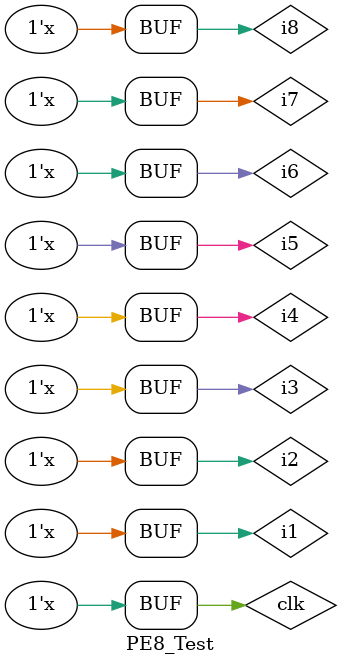
<source format=v>
`timescale 1ns / 1ps


module PE8_Test;

	// Inputs
	reg i1;
	reg i2;
	reg i3;
	reg i4;
	reg i5;
	reg i6;
	reg i7;
	reg i8;
	reg clk;

	// Outputs
	wire o1;
	wire o2;
	wire o3;
	wire o4;

	// Instantiate the Unit Under Test (UUT)
	PE8 uut (
		.i1(i1), 
		.i2(i2), 
		.i3(i3), 
		.i4(i4), 
		.i5(i5), 
		.i6(i6), 
		.i7(i7), 
		.i8(i8), 
		.o1(o1), 
		.o2(o2), 
		.o3(o3), 
		.o4(o4), 
		.clk(clk)
	);

	initial begin
		// Initialize Inputs
		i1 = 0;
		i2 = 0;
		i3 = 0;
		i4 = 0;
		i5 = 0;
		i6 = 0;
		i7 = 0;
		i8 = 0;
		clk = 0;
		#100;
	end
      
	always
	 #2.5 clk =~clk;
	always 
	 #5 i1=~i1;
	always
	 #10 i2=~i2;
	always
	 #20 i3=~i3;
	always
	 #40 i4=~i4;
	always
	 #80 i5=~i5;
	always
	 #160 i6=~i6;
	always
	 #320 i7=~i7;
	always
	 #640 i8=~i8;
endmodule


</source>
